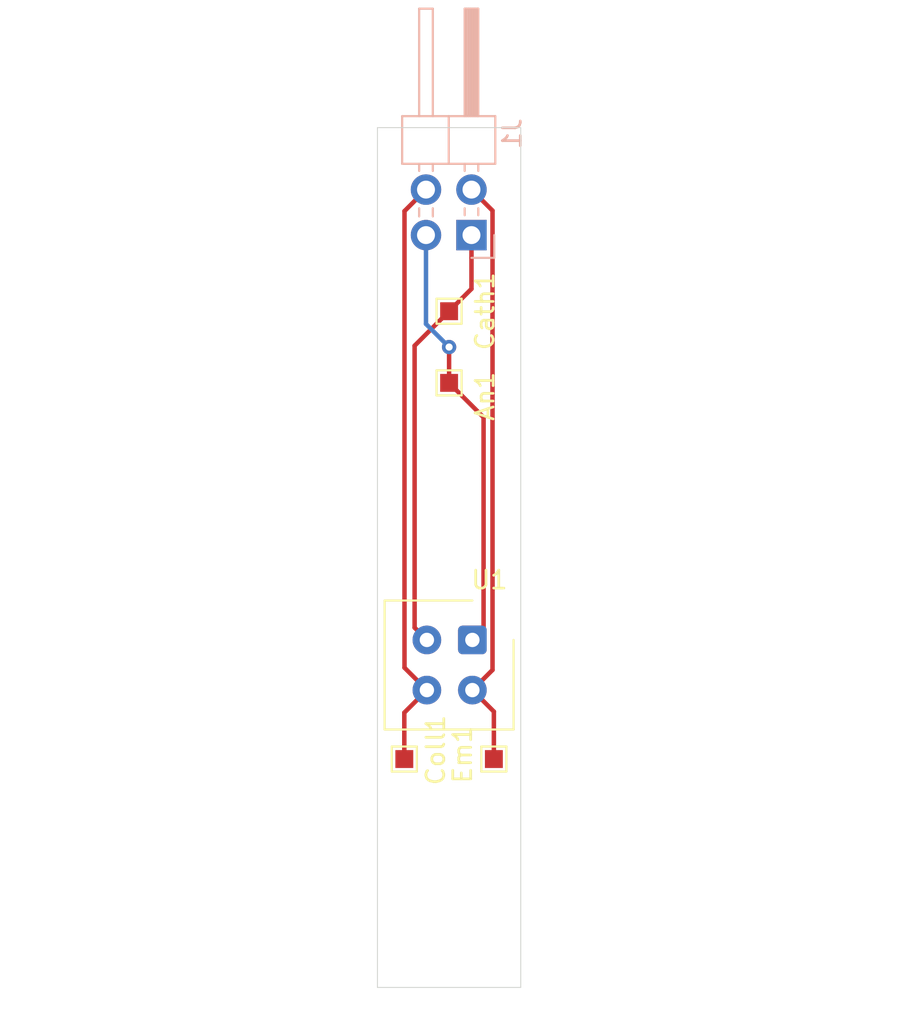
<source format=kicad_pcb>
(kicad_pcb (version 20171130) (host pcbnew "(5.1.7)-1")

  (general
    (thickness 1.6)
    (drawings 10)
    (tracks 22)
    (zones 0)
    (modules 8)
    (nets 5)
  )

  (page A4)
  (layers
    (0 F.Cu signal)
    (31 B.Cu signal)
    (32 B.Adhes user)
    (33 F.Adhes user)
    (34 B.Paste user)
    (35 F.Paste user)
    (36 B.SilkS user)
    (37 F.SilkS user)
    (38 B.Mask user)
    (39 F.Mask user)
    (40 Dwgs.User user)
    (41 Cmts.User user)
    (42 Eco1.User user)
    (43 Eco2.User user)
    (44 Edge.Cuts user)
    (45 Margin user)
    (46 B.CrtYd user)
    (47 F.CrtYd user)
    (48 B.Fab user hide)
    (49 F.Fab user hide)
  )

  (setup
    (last_trace_width 0.25)
    (trace_clearance 0.2)
    (zone_clearance 0.508)
    (zone_45_only no)
    (trace_min 0.2)
    (via_size 0.8)
    (via_drill 0.4)
    (via_min_size 0.4)
    (via_min_drill 0.3)
    (uvia_size 0.3)
    (uvia_drill 0.1)
    (uvias_allowed no)
    (uvia_min_size 0.2)
    (uvia_min_drill 0.1)
    (edge_width 0.05)
    (segment_width 0.2)
    (pcb_text_width 0.3)
    (pcb_text_size 1.5 1.5)
    (mod_edge_width 0.12)
    (mod_text_size 1 1)
    (mod_text_width 0.15)
    (pad_size 1.524 1.524)
    (pad_drill 0.762)
    (pad_to_mask_clearance 0)
    (aux_axis_origin 0 0)
    (visible_elements 7FFFFFFF)
    (pcbplotparams
      (layerselection 0x010fc_ffffffff)
      (usegerberextensions false)
      (usegerberattributes true)
      (usegerberadvancedattributes true)
      (creategerberjobfile true)
      (excludeedgelayer true)
      (linewidth 0.100000)
      (plotframeref false)
      (viasonmask false)
      (mode 1)
      (useauxorigin false)
      (hpglpennumber 1)
      (hpglpenspeed 20)
      (hpglpendiameter 15.000000)
      (psnegative false)
      (psa4output false)
      (plotreference true)
      (plotvalue true)
      (plotinvisibletext false)
      (padsonsilk false)
      (subtractmaskfromsilk false)
      (outputformat 1)
      (mirror false)
      (drillshape 1)
      (scaleselection 1)
      (outputdirectory ""))
  )

  (net 0 "")
  (net 1 /Cathode)
  (net 2 /Emitter)
  (net 3 /Anode)
  (net 4 /Collector)

  (net_class Default "This is the default net class."
    (clearance 0.2)
    (trace_width 0.25)
    (via_dia 0.8)
    (via_drill 0.4)
    (uvia_dia 0.3)
    (uvia_drill 0.1)
    (add_net /Anode)
    (add_net /Cathode)
    (add_net /Collector)
    (add_net /Emitter)
  )

  (module OptoDevice:Vishay_CNY70 (layer F.Cu) (tedit 5B8AF8E9) (tstamp 603B0AEE)
    (at 176.3 118.6 270)
    (descr "package for Vishay CNY70 refective photo coupler/interrupter")
    (tags "Vishay CNY70 refective photo coupler")
    (path /603B0913)
    (fp_text reference U1 (at -3.35 -0.95 180) (layer F.SilkS)
      (effects (font (size 1 1) (thickness 0.15)))
    )
    (fp_text value CNY70 (at 1.4 5.8 90) (layer F.Fab)
      (effects (font (size 1 1) (thickness 0.15)))
    )
    (fp_line (start 5.15 5.05) (end -2.35 5.05) (layer F.CrtYd) (width 0.05))
    (fp_line (start 5.15 5.05) (end 5.15 -2.45) (layer F.CrtYd) (width 0.05))
    (fp_line (start -2.35 -2.45) (end -2.35 5.05) (layer F.CrtYd) (width 0.05))
    (fp_line (start -2.35 -2.45) (end 5.15 -2.45) (layer F.CrtYd) (width 0.05))
    (fp_line (start -1.1 -2.2) (end 4.9 -2.2) (layer F.Fab) (width 0.1))
    (fp_line (start 4.9 -2.2) (end 4.9 4.8) (layer F.Fab) (width 0.1))
    (fp_line (start 4.9 4.8) (end -2.1 4.8) (layer F.Fab) (width 0.1))
    (fp_line (start -2.1 4.8) (end -2.1 -1.2) (layer F.Fab) (width 0.1))
    (fp_line (start -2.1 -1.2) (end -1.1 -2.2) (layer F.Fab) (width 0.1))
    (fp_line (start 1.2 -2.2) (end 1.2 -1.9) (layer F.Fab) (width 0.1))
    (fp_line (start 1.2 -1.9) (end 1.6 -1.9) (layer F.Fab) (width 0.1))
    (fp_line (start 1.6 -1.9) (end 1.6 -2.2) (layer F.Fab) (width 0.1))
    (fp_line (start 1.6 4.8) (end 1.6 4.5) (layer F.Fab) (width 0.1))
    (fp_line (start 1.6 4.5) (end 1.2 4.5) (layer F.Fab) (width 0.1))
    (fp_line (start 1.2 4.5) (end 1.2 4.8) (layer F.Fab) (width 0.1))
    (fp_line (start 3.9 3.9) (end 3.9 -1.2) (layer F.Fab) (width 0.1))
    (fp_line (start 3.9 -1.2) (end -1.1 -1.2) (layer F.Fab) (width 0.1))
    (fp_line (start -1.1 -1.2) (end -1.1 3.9) (layer F.Fab) (width 0.1))
    (fp_line (start -1.1 3.9) (end 3.9 3.9) (layer F.Fab) (width 0.1))
    (fp_line (start 5 -2.3) (end 0 -2.3) (layer F.SilkS) (width 0.12))
    (fp_line (start -2.2 0) (end -2.2 4.9) (layer F.SilkS) (width 0.12))
    (fp_line (start -2.2 4.9) (end 5 4.9) (layer F.SilkS) (width 0.12))
    (fp_line (start 5 4.9) (end 5 -2.3) (layer F.SilkS) (width 0.12))
    (fp_text user %R (at 1.5 1.4 90) (layer F.Fab)
      (effects (font (size 1 1) (thickness 0.15)))
    )
    (pad 1 thru_hole roundrect (at 0 0 270) (size 1.6 1.6) (drill 0.8) (layers *.Cu *.Mask) (roundrect_rratio 0.156)
      (net 3 /Anode))
    (pad 2 thru_hole circle (at 0 2.54 270) (size 1.6 1.6) (drill 0.8) (layers *.Cu *.Mask)
      (net 1 /Cathode))
    (pad 3 thru_hole circle (at 2.8 2.54 270) (size 1.6 1.6) (drill 0.8) (layers *.Cu *.Mask)
      (net 4 /Collector))
    (pad 4 thru_hole circle (at 2.8 0 270) (size 1.6 1.6) (drill 0.8) (layers *.Cu *.Mask)
      (net 2 /Emitter))
    (model ${KISYS3DMOD}/OptoDevice.3dshapes/Vishay_CNY70.wrl
      (at (xyz 0 0 0))
      (scale (xyz 1 1 1))
      (rotate (xyz 0 0 0))
    )
  )

  (module TestPoint:TestPoint_Pad_1.0x1.0mm (layer F.Cu) (tedit 5A0F774F) (tstamp 603B070C)
    (at 177.5 125.25)
    (descr "SMD rectangular pad as test Point, square 1.0mm side length")
    (tags "test point SMD pad rectangle square")
    (path /603B3794)
    (attr virtual)
    (fp_text reference Em1 (at -1.75 -0.25 90) (layer F.SilkS)
      (effects (font (size 1 1) (thickness 0.15)))
    )
    (fp_text value TestPoint (at 0 1.55) (layer F.Fab)
      (effects (font (size 1 1) (thickness 0.15)))
    )
    (fp_line (start 1 1) (end -1 1) (layer F.CrtYd) (width 0.05))
    (fp_line (start 1 1) (end 1 -1) (layer F.CrtYd) (width 0.05))
    (fp_line (start -1 -1) (end -1 1) (layer F.CrtYd) (width 0.05))
    (fp_line (start -1 -1) (end 1 -1) (layer F.CrtYd) (width 0.05))
    (fp_line (start -0.7 0.7) (end -0.7 -0.7) (layer F.SilkS) (width 0.12))
    (fp_line (start 0.7 0.7) (end -0.7 0.7) (layer F.SilkS) (width 0.12))
    (fp_line (start 0.7 -0.7) (end 0.7 0.7) (layer F.SilkS) (width 0.12))
    (fp_line (start -0.7 -0.7) (end 0.7 -0.7) (layer F.SilkS) (width 0.12))
    (fp_text user %R (at 0 -1.45) (layer F.Fab)
      (effects (font (size 1 1) (thickness 0.15)))
    )
    (pad 1 smd rect (at 0 0) (size 1 1) (layers F.Cu F.Mask)
      (net 2 /Emitter))
  )

  (module TestPoint:TestPoint_Pad_1.0x1.0mm (layer F.Cu) (tedit 5A0F774F) (tstamp 603B06FE)
    (at 172.5 125.25)
    (descr "SMD rectangular pad as test Point, square 1.0mm side length")
    (tags "test point SMD pad rectangle square")
    (path /603B2707)
    (attr virtual)
    (fp_text reference Coll1 (at 1.75 -0.5 90) (layer F.SilkS)
      (effects (font (size 1 1) (thickness 0.15)))
    )
    (fp_text value TestPoint (at 0 1.55) (layer F.Fab)
      (effects (font (size 1 1) (thickness 0.15)))
    )
    (fp_line (start 1 1) (end -1 1) (layer F.CrtYd) (width 0.05))
    (fp_line (start 1 1) (end 1 -1) (layer F.CrtYd) (width 0.05))
    (fp_line (start -1 -1) (end -1 1) (layer F.CrtYd) (width 0.05))
    (fp_line (start -1 -1) (end 1 -1) (layer F.CrtYd) (width 0.05))
    (fp_line (start -0.7 0.7) (end -0.7 -0.7) (layer F.SilkS) (width 0.12))
    (fp_line (start 0.7 0.7) (end -0.7 0.7) (layer F.SilkS) (width 0.12))
    (fp_line (start 0.7 -0.7) (end 0.7 0.7) (layer F.SilkS) (width 0.12))
    (fp_line (start -0.7 -0.7) (end 0.7 -0.7) (layer F.SilkS) (width 0.12))
    (fp_text user %R (at 0 -1.45) (layer F.Fab)
      (effects (font (size 1 1) (thickness 0.15)))
    )
    (pad 1 smd rect (at 0 0) (size 1 1) (layers F.Cu F.Mask)
      (net 4 /Collector))
  )

  (module TestPoint:TestPoint_Pad_1.0x1.0mm (layer F.Cu) (tedit 5A0F774F) (tstamp 603B06F0)
    (at 175 100.25)
    (descr "SMD rectangular pad as test Point, square 1.0mm side length")
    (tags "test point SMD pad rectangle square")
    (path /603B432D)
    (attr virtual)
    (fp_text reference Cath1 (at 2 0 90) (layer F.SilkS)
      (effects (font (size 1 1) (thickness 0.15)))
    )
    (fp_text value TestPoint (at 0 1.55) (layer F.Fab)
      (effects (font (size 1 1) (thickness 0.15)))
    )
    (fp_line (start 1 1) (end -1 1) (layer F.CrtYd) (width 0.05))
    (fp_line (start 1 1) (end 1 -1) (layer F.CrtYd) (width 0.05))
    (fp_line (start -1 -1) (end -1 1) (layer F.CrtYd) (width 0.05))
    (fp_line (start -1 -1) (end 1 -1) (layer F.CrtYd) (width 0.05))
    (fp_line (start -0.7 0.7) (end -0.7 -0.7) (layer F.SilkS) (width 0.12))
    (fp_line (start 0.7 0.7) (end -0.7 0.7) (layer F.SilkS) (width 0.12))
    (fp_line (start 0.7 -0.7) (end 0.7 0.7) (layer F.SilkS) (width 0.12))
    (fp_line (start -0.7 -0.7) (end 0.7 -0.7) (layer F.SilkS) (width 0.12))
    (fp_text user %R (at 0 -1.45) (layer F.Fab)
      (effects (font (size 1 1) (thickness 0.15)))
    )
    (pad 1 smd rect (at 0 0) (size 1 1) (layers F.Cu F.Mask)
      (net 1 /Cathode))
  )

  (module TestPoint:TestPoint_Pad_1.0x1.0mm (layer F.Cu) (tedit 5A0F774F) (tstamp 603B06E2)
    (at 175 104.25)
    (descr "SMD rectangular pad as test Point, square 1.0mm side length")
    (tags "test point SMD pad rectangle square")
    (path /603B4D4C)
    (attr virtual)
    (fp_text reference An1 (at 2 0.75 90) (layer F.SilkS)
      (effects (font (size 1 1) (thickness 0.15)))
    )
    (fp_text value TestPoint (at 0 1.55) (layer F.Fab)
      (effects (font (size 1 1) (thickness 0.15)))
    )
    (fp_line (start 1 1) (end -1 1) (layer F.CrtYd) (width 0.05))
    (fp_line (start 1 1) (end 1 -1) (layer F.CrtYd) (width 0.05))
    (fp_line (start -1 -1) (end -1 1) (layer F.CrtYd) (width 0.05))
    (fp_line (start -1 -1) (end 1 -1) (layer F.CrtYd) (width 0.05))
    (fp_line (start -0.7 0.7) (end -0.7 -0.7) (layer F.SilkS) (width 0.12))
    (fp_line (start 0.7 0.7) (end -0.7 0.7) (layer F.SilkS) (width 0.12))
    (fp_line (start 0.7 -0.7) (end 0.7 0.7) (layer F.SilkS) (width 0.12))
    (fp_line (start -0.7 -0.7) (end 0.7 -0.7) (layer F.SilkS) (width 0.12))
    (fp_text user %R (at 0 -1.45) (layer F.Fab)
      (effects (font (size 1 1) (thickness 0.15)))
    )
    (pad 1 smd rect (at 0 0) (size 1 1) (layers F.Cu F.Mask)
      (net 3 /Anode))
  )

  (module Pin_Headers:Pin_Header_Angled_2x02_Pitch2.54mm (layer B.Cu) (tedit 59650532) (tstamp 603B06D4)
    (at 176.25 96 90)
    (descr "Through hole angled pin header, 2x02, 2.54mm pitch, 6mm pin length, double rows")
    (tags "Through hole angled pin header THT 2x02 2.54mm double row")
    (path /603B1A9B)
    (fp_text reference J1 (at 5.655 2.27 270) (layer B.SilkS)
      (effects (font (size 1 1) (thickness 0.15)) (justify mirror))
    )
    (fp_text value Conn_02x02_Odd_Even (at 5.655 -4.81 270) (layer B.Fab)
      (effects (font (size 1 1) (thickness 0.15)) (justify mirror))
    )
    (fp_line (start 4.675 1.27) (end 6.58 1.27) (layer B.Fab) (width 0.1))
    (fp_line (start 6.58 1.27) (end 6.58 -3.81) (layer B.Fab) (width 0.1))
    (fp_line (start 6.58 -3.81) (end 4.04 -3.81) (layer B.Fab) (width 0.1))
    (fp_line (start 4.04 -3.81) (end 4.04 0.635) (layer B.Fab) (width 0.1))
    (fp_line (start 4.04 0.635) (end 4.675 1.27) (layer B.Fab) (width 0.1))
    (fp_line (start -0.32 0.32) (end 4.04 0.32) (layer B.Fab) (width 0.1))
    (fp_line (start -0.32 0.32) (end -0.32 -0.32) (layer B.Fab) (width 0.1))
    (fp_line (start -0.32 -0.32) (end 4.04 -0.32) (layer B.Fab) (width 0.1))
    (fp_line (start 6.58 0.32) (end 12.58 0.32) (layer B.Fab) (width 0.1))
    (fp_line (start 12.58 0.32) (end 12.58 -0.32) (layer B.Fab) (width 0.1))
    (fp_line (start 6.58 -0.32) (end 12.58 -0.32) (layer B.Fab) (width 0.1))
    (fp_line (start -0.32 -2.22) (end 4.04 -2.22) (layer B.Fab) (width 0.1))
    (fp_line (start -0.32 -2.22) (end -0.32 -2.86) (layer B.Fab) (width 0.1))
    (fp_line (start -0.32 -2.86) (end 4.04 -2.86) (layer B.Fab) (width 0.1))
    (fp_line (start 6.58 -2.22) (end 12.58 -2.22) (layer B.Fab) (width 0.1))
    (fp_line (start 12.58 -2.22) (end 12.58 -2.86) (layer B.Fab) (width 0.1))
    (fp_line (start 6.58 -2.86) (end 12.58 -2.86) (layer B.Fab) (width 0.1))
    (fp_line (start 3.98 1.33) (end 3.98 -3.87) (layer B.SilkS) (width 0.12))
    (fp_line (start 3.98 -3.87) (end 6.64 -3.87) (layer B.SilkS) (width 0.12))
    (fp_line (start 6.64 -3.87) (end 6.64 1.33) (layer B.SilkS) (width 0.12))
    (fp_line (start 6.64 1.33) (end 3.98 1.33) (layer B.SilkS) (width 0.12))
    (fp_line (start 6.64 0.38) (end 12.64 0.38) (layer B.SilkS) (width 0.12))
    (fp_line (start 12.64 0.38) (end 12.64 -0.38) (layer B.SilkS) (width 0.12))
    (fp_line (start 12.64 -0.38) (end 6.64 -0.38) (layer B.SilkS) (width 0.12))
    (fp_line (start 6.64 0.32) (end 12.64 0.32) (layer B.SilkS) (width 0.12))
    (fp_line (start 6.64 0.2) (end 12.64 0.2) (layer B.SilkS) (width 0.12))
    (fp_line (start 6.64 0.08) (end 12.64 0.08) (layer B.SilkS) (width 0.12))
    (fp_line (start 6.64 -0.04) (end 12.64 -0.04) (layer B.SilkS) (width 0.12))
    (fp_line (start 6.64 -0.16) (end 12.64 -0.16) (layer B.SilkS) (width 0.12))
    (fp_line (start 6.64 -0.28) (end 12.64 -0.28) (layer B.SilkS) (width 0.12))
    (fp_line (start 3.582929 0.38) (end 3.98 0.38) (layer B.SilkS) (width 0.12))
    (fp_line (start 3.582929 -0.38) (end 3.98 -0.38) (layer B.SilkS) (width 0.12))
    (fp_line (start 1.11 0.38) (end 1.497071 0.38) (layer B.SilkS) (width 0.12))
    (fp_line (start 1.11 -0.38) (end 1.497071 -0.38) (layer B.SilkS) (width 0.12))
    (fp_line (start 3.98 -1.27) (end 6.64 -1.27) (layer B.SilkS) (width 0.12))
    (fp_line (start 6.64 -2.16) (end 12.64 -2.16) (layer B.SilkS) (width 0.12))
    (fp_line (start 12.64 -2.16) (end 12.64 -2.92) (layer B.SilkS) (width 0.12))
    (fp_line (start 12.64 -2.92) (end 6.64 -2.92) (layer B.SilkS) (width 0.12))
    (fp_line (start 3.582929 -2.16) (end 3.98 -2.16) (layer B.SilkS) (width 0.12))
    (fp_line (start 3.582929 -2.92) (end 3.98 -2.92) (layer B.SilkS) (width 0.12))
    (fp_line (start 1.042929 -2.16) (end 1.497071 -2.16) (layer B.SilkS) (width 0.12))
    (fp_line (start 1.042929 -2.92) (end 1.497071 -2.92) (layer B.SilkS) (width 0.12))
    (fp_line (start -1.27 0) (end -1.27 1.27) (layer B.SilkS) (width 0.12))
    (fp_line (start -1.27 1.27) (end 0 1.27) (layer B.SilkS) (width 0.12))
    (fp_line (start -1.8 1.8) (end -1.8 -4.35) (layer B.CrtYd) (width 0.05))
    (fp_line (start -1.8 -4.35) (end 13.1 -4.35) (layer B.CrtYd) (width 0.05))
    (fp_line (start 13.1 -4.35) (end 13.1 1.8) (layer B.CrtYd) (width 0.05))
    (fp_line (start 13.1 1.8) (end -1.8 1.8) (layer B.CrtYd) (width 0.05))
    (fp_text user %R (at 5.31 -1.27) (layer B.Fab)
      (effects (font (size 1 1) (thickness 0.15)) (justify mirror))
    )
    (pad 1 thru_hole rect (at 0 0 90) (size 1.7 1.7) (drill 1) (layers *.Cu *.Mask)
      (net 1 /Cathode))
    (pad 2 thru_hole oval (at 2.54 0 90) (size 1.7 1.7) (drill 1) (layers *.Cu *.Mask)
      (net 2 /Emitter))
    (pad 3 thru_hole oval (at 0 -2.54 90) (size 1.7 1.7) (drill 1) (layers *.Cu *.Mask)
      (net 3 /Anode))
    (pad 4 thru_hole oval (at 2.54 -2.54 90) (size 1.7 1.7) (drill 1) (layers *.Cu *.Mask)
      (net 4 /Collector))
    (model ${KISYS3DMOD}/Pin_Headers.3dshapes/Pin_Header_Angled_2x02_Pitch2.54mm.wrl
      (at (xyz 0 0 0))
      (scale (xyz 1 1 1))
      (rotate (xyz 0 0 0))
    )
  )

  (module Mounting_Holes:MountingHole_3.2mm_M3 (layer F.Cu) (tedit 56D1B4CB) (tstamp 603B06D1)
    (at 175 109.925)
    (descr "Mounting Hole 3.2mm, no annular, M3")
    (tags "mounting hole 3.2mm no annular m3")
    (path /603B685B)
    (attr virtual)
    (fp_text reference H2 (at 2.75 -3.675) (layer F.SilkS) hide
      (effects (font (size 1 1) (thickness 0.15)))
    )
    (fp_text value MountingHole (at 0 4.2) (layer F.Fab)
      (effects (font (size 1 1) (thickness 0.15)))
    )
    (fp_circle (center 0 0) (end 3.2 0) (layer Cmts.User) (width 0.15))
    (fp_circle (center 0 0) (end 3.45 0) (layer F.CrtYd) (width 0.05))
    (fp_text user %R (at 0.3 0) (layer F.Fab)
      (effects (font (size 1 1) (thickness 0.15)))
    )
    (pad 1 np_thru_hole circle (at 0 0) (size 3.2 3.2) (drill 3.2) (layers *.Cu *.Mask))
  )

  (module Mounting_Holes:MountingHole_3.2mm_M3 (layer F.Cu) (tedit 56D1B4CB) (tstamp 603B06CE)
    (at 175 130.075)
    (descr "Mounting Hole 3.2mm, no annular, M3")
    (tags "mounting hole 3.2mm no annular m3")
    (path /603B60F7)
    (attr virtual)
    (fp_text reference H1 (at 0 -4.2) (layer F.SilkS) hide
      (effects (font (size 1 1) (thickness 0.15)))
    )
    (fp_text value MountingHole (at 0 4.2) (layer F.Fab)
      (effects (font (size 1 1) (thickness 0.15)))
    )
    (fp_circle (center 0 0) (end 3.2 0) (layer Cmts.User) (width 0.15))
    (fp_circle (center 0 0) (end 3.45 0) (layer F.CrtYd) (width 0.05))
    (fp_text user %R (at 0.3 0) (layer F.Fab)
      (effects (font (size 1 1) (thickness 0.15)))
    )
    (pad 1 np_thru_hole circle (at 0 0) (size 3.2 3.2) (drill 3.2) (layers *.Cu *.Mask))
  )

  (gr_line (start 171 90) (end 171 138) (layer Edge.Cuts) (width 0.05) (tstamp 603B07E2))
  (gr_line (start 179 90) (end 171 90) (layer Edge.Cuts) (width 0.05))
  (gr_line (start 179 138) (end 179 90) (layer Edge.Cuts) (width 0.05))
  (gr_line (start 171 138) (end 179 138) (layer Edge.Cuts) (width 0.05))
  (gr_line (start 150 113.1) (end 200 113.1) (layer Cmts.User) (width 0.15) (tstamp 603B07DB))
  (gr_line (start 150 126.9) (end 200 126.9) (layer Cmts.User) (width 0.15) (tstamp 603B07DB))
  (gr_line (start 150 133.25) (end 200 133.25) (layer Cmts.User) (width 0.15) (tstamp 603B07D1))
  (gr_line (start 150 106.75) (end 200 106.75) (layer Cmts.User) (width 0.15))
  (gr_line (start 150 140) (end 200 140) (layer Cmts.User) (width 0.15))
  (gr_line (start 150 100) (end 200 100) (layer Cmts.User) (width 0.15))

  (via (at 175 102.25) (size 0.8) (drill 0.4) (layers F.Cu B.Cu) (net 3))
  (segment (start 173.074999 102.175001) (end 175 100.25) (width 0.25) (layer F.Cu) (net 1))
  (segment (start 173.074999 117.914999) (end 173.074999 102.175001) (width 0.25) (layer F.Cu) (net 1))
  (segment (start 173.76 118.6) (end 173.074999 117.914999) (width 0.25) (layer F.Cu) (net 1))
  (segment (start 176.25 99) (end 175 100.25) (width 0.25) (layer F.Cu) (net 1))
  (segment (start 176.25 96) (end 176.25 99) (width 0.25) (layer F.Cu) (net 1))
  (segment (start 177.425001 120.274999) (end 177.425001 94.635001) (width 0.25) (layer F.Cu) (net 2))
  (segment (start 177.425001 94.635001) (end 176.25 93.46) (width 0.25) (layer F.Cu) (net 2))
  (segment (start 176.3 121.4) (end 177.425001 120.274999) (width 0.25) (layer F.Cu) (net 2))
  (segment (start 177.5 122.6) (end 176.3 121.4) (width 0.25) (layer F.Cu) (net 2))
  (segment (start 177.5 125.25) (end 177.5 122.6) (width 0.25) (layer F.Cu) (net 2))
  (segment (start 176.925001 106.175001) (end 175 104.25) (width 0.25) (layer F.Cu) (net 3))
  (segment (start 176.925001 117.974999) (end 176.925001 106.175001) (width 0.25) (layer F.Cu) (net 3))
  (segment (start 176.3 118.6) (end 176.925001 117.974999) (width 0.25) (layer F.Cu) (net 3))
  (segment (start 175 104.25) (end 175 102.25) (width 0.25) (layer F.Cu) (net 3))
  (segment (start 173.71 100.96) (end 175 102.25) (width 0.25) (layer B.Cu) (net 3))
  (segment (start 173.71 96) (end 173.71 100.96) (width 0.25) (layer B.Cu) (net 3))
  (segment (start 172.509992 94.660008) (end 173.71 93.46) (width 0.25) (layer F.Cu) (net 4))
  (segment (start 172.509992 120.149992) (end 172.509992 94.660008) (width 0.25) (layer F.Cu) (net 4))
  (segment (start 173.76 121.4) (end 172.509992 120.149992) (width 0.25) (layer F.Cu) (net 4))
  (segment (start 172.5 122.66) (end 173.76 121.4) (width 0.25) (layer F.Cu) (net 4))
  (segment (start 172.5 125.25) (end 172.5 122.66) (width 0.25) (layer F.Cu) (net 4))

)

</source>
